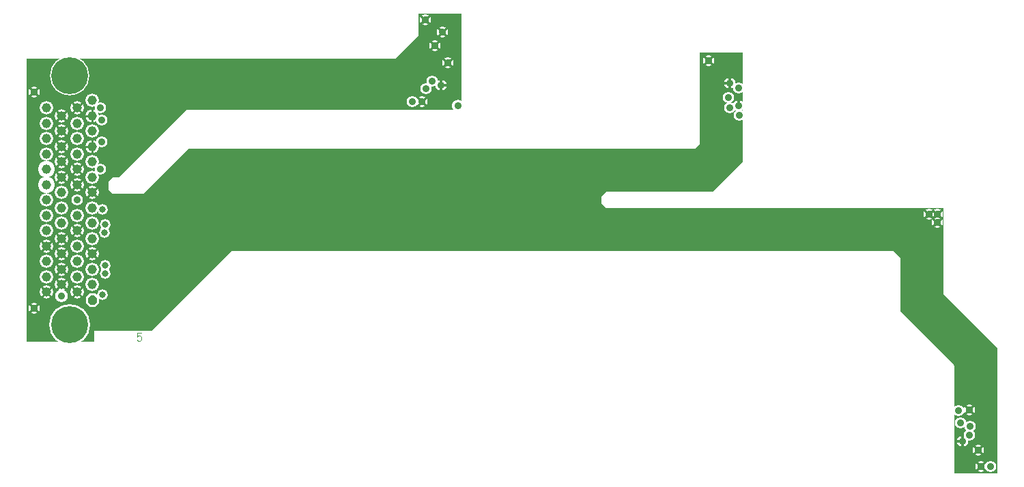
<source format=gbr>
G04 start of page 6 for group 4 idx 5
G04 Title: TFlex, OuterGND rigid *
G04 Creator: pcb-bin 20060822 *
G04 CreationDate: Thu May 10 11:42:57 2007 UTC *
G04 For: stephan *
G04 Format: Gerber/RS-274X *
G04 PCB-Dimensions: 500000 300000 *
G04 PCB-Coordinate-Origin: lower left *
%MOIN*%
%FSLAX24Y24*%
%LNGROUP4*%
%ADD11C,0.0200*%
%ADD12C,0.0560*%
%ADD13C,0.0600*%
%ADD14C,0.0520*%
%ADD15C,0.0620*%
%ADD16C,0.0660*%
%ADD17C,0.1920*%
%ADD18C,0.2000*%
%ADD19C,0.0810*%
%ADD20C,0.0100*%
%ADD21C,0.0120*%
%ADD22C,0.0140*%
%ADD23C,0.0130*%
%ADD24C,0.0040*%
%ADD25C,0.0460*%
%ADD26C,0.1800*%
%ADD27C,0.0360*%
%ADD28C,0.0320*%
%ADD29C,0.0260*%
%ADD30C,0.1050*%
G54D11*G36*
X46425Y7475D02*Y9555D01*
X43775Y12205D01*
Y14825D01*
X45875D01*
Y13045D01*
X48525Y10395D01*
Y7475D01*
X46425D01*
G37*
G36*
X34125Y17225D02*X43475D01*
Y15125D01*
X34125D01*
Y17225D01*
G37*
G36*
X5250Y18725D02*Y24550D01*
X19125D01*
Y22050D01*
X8925D01*
X5600Y18725D01*
X5250D01*
G37*
G36*
X30955Y15125D02*X11100D01*
X7200Y11225D01*
X5250D01*
X5275Y17925D01*
X6800D01*
X9000Y20125D01*
X33750D01*
X33975Y20350D01*
Y21625D01*
X36075D01*
Y19495D01*
X34605Y18025D01*
X29400D01*
X29180Y17805D01*
Y17445D01*
X29400Y17225D01*
X30955D01*
Y15125D01*
G37*
G36*
X48525Y7675D02*X46425D01*
Y4275D01*
X48525D01*
Y7675D01*
G37*
G36*
X45875Y14725D02*X43775D01*
Y14805D01*
X43455Y15125D01*
X43375D01*
Y17225D01*
X45875D01*
Y14725D01*
G37*
G36*
X33975Y21425D02*X36075D01*
Y24825D01*
X33975D01*
Y21425D01*
G37*
G36*
X34325Y17225D02*X30725D01*
Y15125D01*
X34325D01*
Y17225D01*
G37*
G36*
X19025Y22050D02*Y24550D01*
X19125D01*
X20250Y25675D01*
Y26750D01*
X22350D01*
Y22050D01*
X19025D01*
G37*
G36*
X4425Y11225D02*X5300D01*
Y17925D01*
X5100Y18125D01*
Y18525D01*
X5300Y18725D01*
Y24550D01*
X1100D01*
Y10700D01*
X4425D01*
Y11225D01*
G37*
G54D12*%LNGROUP4_C1*%
%LPC*%
X48180Y4620D03*
X47705D03*
X47575Y5420D03*
X47155Y6150D03*
X46815Y5845D03*
X47170Y6585D03*
X47135Y7380D03*
X46710Y6730D03*
X46610Y7350D03*
X45575Y16925D03*
Y16525D03*
X45175Y16925D03*
X35900Y21775D03*
X35445Y22130D03*
X35890Y22240D03*
X35390Y22645D03*
X35445Y23330D03*
X35890Y23120D03*
X34400Y24450D03*
G54D13*X22175Y22225D03*
G54D12*X21675Y24325D03*
X21425Y25825D03*
X21350Y23225D03*
X21050Y25175D03*
X20925Y23425D03*
X20600Y23075D03*
X20575Y26425D03*
X20425Y22425D03*
X19950D03*
X4775Y20475D03*
G54D14*X4800Y17175D03*
G54D12*X4725Y19125D03*
X3575Y17625D03*
X4775Y21525D03*
X4725Y22125D03*
X1475Y22900D03*
G54D14*X4950Y14025D03*
Y14425D03*
Y16425D03*
X4925Y16025D03*
X4825Y13000D03*
G54D15*X2825Y12925D03*
G54D12*X1475Y12350D03*
G54D16*X4325Y15000D03*
Y15750D03*
Y16500D03*
Y17250D03*
Y18000D03*
Y18750D03*
Y19500D03*
Y20250D03*
Y21000D03*
Y21750D03*
Y22500D03*
X3575Y14625D03*
Y15375D03*
Y16125D03*
Y16875D03*
Y18375D03*
Y19125D03*
Y19875D03*
Y20625D03*
Y21375D03*
X4325Y13500D03*
Y14250D03*
X3575Y13125D03*
G54D11*G36*
X4655Y12886D02*X4461Y13080D01*
X4188D01*
X3995Y12886D01*
Y12613D01*
X4188Y12420D01*
X4461D01*
X4655Y12613D01*
Y12886D01*
G37*
G54D16*X3575Y13875D03*
X2825Y18000D03*
Y18750D03*
Y19500D03*
Y20250D03*
Y21000D03*
Y21750D03*
Y15000D03*
Y15750D03*
X2075Y15375D03*
X2825Y16500D03*
Y17250D03*
X2075Y16125D03*
Y16875D03*
X3575Y22125D03*
G54D17*X3200Y23700D03*
G54D16*X2075Y22125D03*
X2825Y13500D03*
Y14250D03*
X2075Y13125D03*
Y13875D03*
G54D18*X3200Y11550D03*
G54D16*X2075Y14625D03*
Y17625D03*
Y19875D03*
Y20625D03*
G54D19*Y18375D03*
G54D16*Y21375D03*
G54D19*Y19125D03*
G54D12*X47135Y7380D03*
X46610Y7350D03*
X35900Y21775D03*
X48180Y4620D03*
X47705D03*
X47575Y5420D03*
X47155Y6150D03*
X46815Y5845D03*
X47170Y6585D03*
X47135Y7380D03*
X46710Y6730D03*
X46610Y7350D03*
X45575Y16925D03*
Y16525D03*
X45175Y16925D03*
X35900Y21775D03*
X35445Y22130D03*
X35890Y22240D03*
X35390Y22645D03*
X35445Y23330D03*
X35890Y23120D03*
X34400Y24450D03*
G54D13*X22175Y22225D03*
G54D12*X21675Y24325D03*
X21425Y25825D03*
X21350Y23225D03*
X21050Y25175D03*
X20925Y23425D03*
X20600Y23075D03*
X20575Y26425D03*
X20425Y22425D03*
X19950D03*
X4775Y20475D03*
G54D14*X4800Y17175D03*
G54D12*X4725Y19125D03*
X3575Y17625D03*
X4775Y21525D03*
X4725Y22125D03*
X1475Y22900D03*
G54D14*X4950Y14025D03*
Y14425D03*
Y16425D03*
X4925Y16025D03*
X4825Y13000D03*
G54D15*X2825Y12925D03*
G54D12*X1475Y12350D03*
G54D16*X4325Y15000D03*
Y15750D03*
Y16500D03*
Y17250D03*
Y18000D03*
Y18750D03*
Y19500D03*
Y20250D03*
Y21000D03*
Y21750D03*
Y22500D03*
X3575Y14625D03*
Y15375D03*
Y16125D03*
Y16875D03*
Y18375D03*
Y19125D03*
Y19875D03*
Y20625D03*
Y21375D03*
X4325Y13500D03*
Y14250D03*
X3575Y13125D03*
G54D11*G36*
X4655Y12886D02*X4461Y13080D01*
X4188D01*
X3995Y12886D01*
Y12613D01*
X4188Y12420D01*
X4461D01*
X4655Y12613D01*
Y12886D01*
G37*
G54D16*X3575Y13875D03*
X2825Y18000D03*
Y18750D03*
Y19500D03*
Y20250D03*
Y21000D03*
Y21750D03*
Y15000D03*
Y15750D03*
X2075Y15375D03*
X2825Y16500D03*
Y17250D03*
X2075Y16125D03*
Y16875D03*
X3575Y22125D03*
G54D17*X3200Y23700D03*
G54D16*X2075Y22125D03*
X2825Y13500D03*
Y14250D03*
X2075Y13125D03*
Y13875D03*
G54D18*X3200Y11550D03*
G54D16*X2075Y14625D03*
Y17625D03*
Y19875D03*
Y20625D03*
G54D19*Y18375D03*
G54D16*Y21375D03*
G54D19*Y19125D03*
G54D12*X47135Y7380D03*
X46610Y7350D03*
X35900Y21775D03*
G54D20*%LNGROUP4_D2*%
%LPD*%
X4091Y15233D02*X4558Y14766D01*
X4091D02*X4558Y15233D01*
X4091Y18233D02*X4558Y17766D01*
X4091D02*X4558Y18233D01*
X3341Y16358D02*X3808Y15891D01*
X3341D02*X3808Y16358D01*
X3341Y18608D02*X3808Y18141D01*
X3341D02*X3808Y18608D01*
X3341Y19358D02*X3808Y18891D01*
X3341D02*X3808Y19358D01*
X3341Y13358D02*X3808Y12891D01*
X3341D02*X3808Y13358D01*
X2591Y18983D02*X3058Y18516D01*
X2591D02*X3058Y18983D01*
X2591Y19733D02*X3058Y19266D01*
X2591D02*X3058Y19733D01*
X2591Y20483D02*X3058Y20016D01*
X2591D02*X3058Y20483D01*
X2591Y21233D02*X3058Y20766D01*
X2591D02*X3058Y21233D01*
X2591Y21983D02*X3058Y21516D01*
X2591D02*X3058Y21983D01*
X2591Y15233D02*X3058Y14766D01*
X2591D02*X3058Y15233D01*
X2591Y15983D02*X3058Y15516D01*
X2591D02*X3058Y15983D01*
X1841Y15608D02*X2308Y15141D01*
X1841D02*X2308Y15608D01*
X3341Y22358D02*X3808Y21891D01*
X3341D02*X3808Y22358D01*
X2591Y13733D02*X3058Y13266D01*
X2591D02*X3058Y13733D01*
X2591Y14483D02*X3058Y14016D01*
X2591D02*X3058Y14483D01*
X1841Y13358D02*X2308Y12891D01*
X1841D02*X2308Y13358D01*
G54D21*X47507Y4818D02*X47903Y4422D01*
X47507D02*X47903Y4818D01*
X47377Y5618D02*X47773Y5222D01*
X47377D02*X47773Y5618D01*
X46937Y7578D02*X47333Y7182D01*
X46937D02*X47333Y7578D01*
X45377Y17123D02*X45773Y16727D01*
X45377D02*X45773Y17123D01*
X45377Y16723D02*X45773Y16327D01*
X45377D02*X45773Y16723D01*
X44977Y17123D02*X45373Y16727D01*
X44977D02*X45373Y17123D01*
X34202Y24648D02*X34598Y24252D01*
X34202D02*X34598Y24648D01*
X21477Y24523D02*X21873Y24127D01*
X21477D02*X21873Y24523D01*
X21227Y26023D02*X21623Y25627D01*
X21227D02*X21623Y26023D01*
X20852Y25373D02*X21248Y24977D01*
X20852D02*X21248Y25373D01*
X20377Y26623D02*X20773Y26227D01*
X20377D02*X20773Y26623D01*
X20227Y22623D02*X20623Y22227D01*
X20227D02*X20623Y22623D01*
X1277Y23098D02*X1673Y22702D01*
X1277D02*X1673Y23098D01*
X1277Y12548D02*X1673Y12152D01*
X1277D02*X1673Y12548D01*
G54D21*X46815Y6130D02*Y5560D01*
Y5845D02*X46525D01*
G54D22*X35890Y22240D02*Y22555D01*
G54D23*X35445Y23035D02*Y23620D01*
X35440Y23330D02*X35140D01*
G54D21*X21350Y23525D02*Y22925D01*
X21650Y23225D02*X21350D01*
G54D20*X4325Y19900D02*Y20600D01*
Y22100D02*Y21400D01*
Y20250D02*X3975D01*
X4325Y21750D02*X3975D01*
G54D24*X6500Y11150D02*X6700D01*
X6500D02*Y10950D01*
X6550Y11000D01*
X6650D01*
X6700Y10950D01*
Y10800D01*
X6650Y10750D02*X6700Y10800D01*
X6550Y10750D02*X6650D01*
X6500Y10800D02*X6550Y10750D01*
G54D25*X4325Y15000D03*
Y15750D03*
Y16500D03*
Y17250D03*
Y18000D03*
Y18750D03*
Y19500D03*
Y20250D03*
Y21000D03*
Y21750D03*
Y22500D03*
X3575Y14625D03*
Y15375D03*
Y16125D03*
Y16875D03*
Y18375D03*
Y19125D03*
Y19875D03*
Y20625D03*
Y21375D03*
X4325Y13500D03*
Y14250D03*
X3575Y13125D03*
G54D11*G36*
X4555Y12845D02*X4420Y12980D01*
X4229D01*
X4095Y12845D01*
Y12654D01*
X4229Y12520D01*
X4420D01*
X4555Y12654D01*
Y12845D01*
G37*
G54D25*X3575Y13875D03*
X2825Y18000D03*
Y18750D03*
Y19500D03*
Y20250D03*
Y21000D03*
Y21750D03*
Y15000D03*
Y15750D03*
X2075Y15375D03*
X2825Y16500D03*
Y17250D03*
X2075Y16125D03*
Y16875D03*
X3575Y22125D03*
G54D26*X3200Y23700D03*
G54D25*X2075Y22125D03*
X2825Y13500D03*
Y14250D03*
X2075Y13125D03*
Y13875D03*
G54D26*X3200Y11550D03*
G54D25*X2075Y14625D03*
Y17625D03*
Y19875D03*
Y20625D03*
Y18375D03*
Y21375D03*
Y19125D03*
G54D27*X48180Y4620D03*
X47705D03*
X47575Y5420D03*
X47155Y6150D03*
X46815Y5845D03*
X47170Y6585D03*
X47135Y7380D03*
X46710Y6730D03*
X46610Y7350D03*
X45575Y16925D03*
Y16525D03*
X45175Y16925D03*
X35900Y21775D03*
X35445Y22130D03*
X35890Y22240D03*
X35390Y22645D03*
X35445Y23330D03*
X35890Y23120D03*
X34400Y24450D03*
X22175Y22225D03*
X21675Y24325D03*
X21425Y25825D03*
X21350Y23225D03*
X21050Y25175D03*
X20925Y23425D03*
X20600Y23075D03*
X20575Y26425D03*
X20425Y22425D03*
X19950D03*
X4775Y20475D03*
G54D28*X4800Y17175D03*
G54D27*X4725Y19125D03*
X3575Y17625D03*
X4775Y21525D03*
X4725Y22125D03*
X1475Y22900D03*
G54D28*X4950Y14025D03*
Y14425D03*
Y16425D03*
X4925Y16025D03*
X4825Y13000D03*
G54D27*X2825Y12925D03*
X1475Y12350D03*
G54D29*%LNGROUP4_C3*%
%LPC*%
G54D30*G54D29*G54D30*G54D29*G54D21*M02*

</source>
